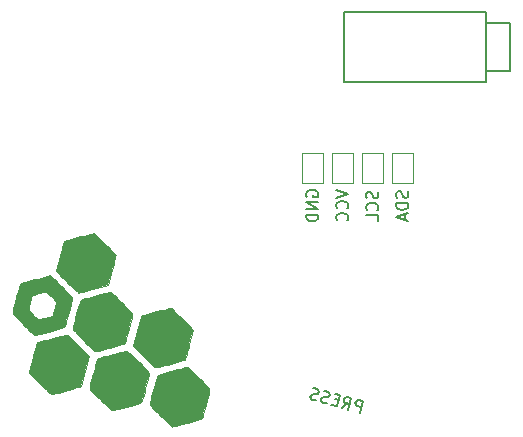
<source format=gbo>
G04 #@! TF.FileFunction,Legend,Bot*
%FSLAX46Y46*%
G04 Gerber Fmt 4.6, Leading zero omitted, Abs format (unit mm)*
G04 Created by KiCad (PCBNEW 4.0.7) date 06/17/18 20:50:59*
%MOMM*%
%LPD*%
G01*
G04 APERTURE LIST*
%ADD10C,0.100000*%
%ADD11C,0.010000*%
%ADD12C,0.120000*%
%ADD13C,0.150000*%
G04 APERTURE END LIST*
D10*
D11*
G36*
X160155059Y-129247477D02*
X160021956Y-129271995D01*
X159833336Y-129313382D01*
X159602085Y-129368240D01*
X159341092Y-129433168D01*
X159063243Y-129504765D01*
X158781425Y-129579631D01*
X158508525Y-129654368D01*
X158257428Y-129725573D01*
X158041025Y-129789847D01*
X157872199Y-129843790D01*
X157763839Y-129884003D01*
X157734988Y-129898821D01*
X157705920Y-129924260D01*
X157677674Y-129964286D01*
X157647246Y-130028034D01*
X157611634Y-130124636D01*
X157567839Y-130263225D01*
X157512855Y-130452934D01*
X157443683Y-130702897D01*
X157357319Y-131022245D01*
X157319939Y-131161567D01*
X157227180Y-131509266D01*
X157154960Y-131784718D01*
X157101322Y-131997304D01*
X157064308Y-132156395D01*
X157041959Y-132271374D01*
X157032320Y-132351614D01*
X157033430Y-132406494D01*
X157043333Y-132445390D01*
X157049178Y-132458297D01*
X157094056Y-132518014D01*
X157189277Y-132625007D01*
X157325493Y-132770007D01*
X157493349Y-132943749D01*
X157683494Y-133136965D01*
X157886576Y-133340388D01*
X158093242Y-133544750D01*
X158294141Y-133740786D01*
X158479921Y-133919225D01*
X158641228Y-134070803D01*
X158768712Y-134186253D01*
X158853020Y-134256306D01*
X158880759Y-134273245D01*
X158939898Y-134267222D01*
X159069662Y-134241076D01*
X159259125Y-134197442D01*
X159497360Y-134138947D01*
X159773439Y-134068223D01*
X160076434Y-133987899D01*
X160159394Y-133965463D01*
X160483222Y-133875658D01*
X160773685Y-133791471D01*
X161021243Y-133715917D01*
X161216356Y-133652014D01*
X161349485Y-133602775D01*
X161411092Y-133571218D01*
X161412959Y-133569140D01*
X161437010Y-133511373D01*
X161479405Y-133382829D01*
X161536858Y-133194586D01*
X161606076Y-132957724D01*
X161683773Y-132683322D01*
X161766657Y-132382457D01*
X161781172Y-132328935D01*
X161873662Y-131985570D01*
X161945440Y-131714242D01*
X161998508Y-131505424D01*
X162034867Y-131349590D01*
X162056520Y-131237212D01*
X162065470Y-131158766D01*
X162063715Y-131104723D01*
X162053261Y-131065558D01*
X162048793Y-131055422D01*
X162003429Y-130993160D01*
X161907438Y-130883733D01*
X161770274Y-130736509D01*
X161601393Y-130560856D01*
X161410247Y-130366142D01*
X161206292Y-130161732D01*
X160998981Y-129956997D01*
X160797771Y-129761302D01*
X160612114Y-129584015D01*
X160451467Y-129434503D01*
X160325282Y-129322134D01*
X160243014Y-129256275D01*
X160219759Y-129243230D01*
X160155059Y-129247477D01*
X160155059Y-129247477D01*
G37*
X160155059Y-129247477D02*
X160021956Y-129271995D01*
X159833336Y-129313382D01*
X159602085Y-129368240D01*
X159341092Y-129433168D01*
X159063243Y-129504765D01*
X158781425Y-129579631D01*
X158508525Y-129654368D01*
X158257428Y-129725573D01*
X158041025Y-129789847D01*
X157872199Y-129843790D01*
X157763839Y-129884003D01*
X157734988Y-129898821D01*
X157705920Y-129924260D01*
X157677674Y-129964286D01*
X157647246Y-130028034D01*
X157611634Y-130124636D01*
X157567839Y-130263225D01*
X157512855Y-130452934D01*
X157443683Y-130702897D01*
X157357319Y-131022245D01*
X157319939Y-131161567D01*
X157227180Y-131509266D01*
X157154960Y-131784718D01*
X157101322Y-131997304D01*
X157064308Y-132156395D01*
X157041959Y-132271374D01*
X157032320Y-132351614D01*
X157033430Y-132406494D01*
X157043333Y-132445390D01*
X157049178Y-132458297D01*
X157094056Y-132518014D01*
X157189277Y-132625007D01*
X157325493Y-132770007D01*
X157493349Y-132943749D01*
X157683494Y-133136965D01*
X157886576Y-133340388D01*
X158093242Y-133544750D01*
X158294141Y-133740786D01*
X158479921Y-133919225D01*
X158641228Y-134070803D01*
X158768712Y-134186253D01*
X158853020Y-134256306D01*
X158880759Y-134273245D01*
X158939898Y-134267222D01*
X159069662Y-134241076D01*
X159259125Y-134197442D01*
X159497360Y-134138947D01*
X159773439Y-134068223D01*
X160076434Y-133987899D01*
X160159394Y-133965463D01*
X160483222Y-133875658D01*
X160773685Y-133791471D01*
X161021243Y-133715917D01*
X161216356Y-133652014D01*
X161349485Y-133602775D01*
X161411092Y-133571218D01*
X161412959Y-133569140D01*
X161437010Y-133511373D01*
X161479405Y-133382829D01*
X161536858Y-133194586D01*
X161606076Y-132957724D01*
X161683773Y-132683322D01*
X161766657Y-132382457D01*
X161781172Y-132328935D01*
X161873662Y-131985570D01*
X161945440Y-131714242D01*
X161998508Y-131505424D01*
X162034867Y-131349590D01*
X162056520Y-131237212D01*
X162065470Y-131158766D01*
X162063715Y-131104723D01*
X162053261Y-131065558D01*
X162048793Y-131055422D01*
X162003429Y-130993160D01*
X161907438Y-130883733D01*
X161770274Y-130736509D01*
X161601393Y-130560856D01*
X161410247Y-130366142D01*
X161206292Y-130161732D01*
X160998981Y-129956997D01*
X160797771Y-129761302D01*
X160612114Y-129584015D01*
X160451467Y-129434503D01*
X160325282Y-129322134D01*
X160243014Y-129256275D01*
X160219759Y-129243230D01*
X160155059Y-129247477D01*
G36*
X155040516Y-127876715D02*
X154910112Y-127901036D01*
X154724009Y-127941660D01*
X154495107Y-127995273D01*
X154236308Y-128058554D01*
X153960511Y-128128188D01*
X153680618Y-128200856D01*
X153409528Y-128273242D01*
X153160142Y-128342028D01*
X152945362Y-128403897D01*
X152778086Y-128455531D01*
X152671217Y-128493613D01*
X152652870Y-128501895D01*
X152619916Y-128519874D01*
X152591381Y-128543519D01*
X152564128Y-128581904D01*
X152535023Y-128644106D01*
X152500934Y-128739196D01*
X152458721Y-128876249D01*
X152405255Y-129064338D01*
X152337398Y-129312538D01*
X152252015Y-129629922D01*
X152213364Y-129774134D01*
X152119837Y-130124666D01*
X152046846Y-130402876D01*
X151992440Y-130618073D01*
X151954666Y-130779564D01*
X151931575Y-130896652D01*
X151921214Y-130978644D01*
X151921634Y-131034847D01*
X151930883Y-131074567D01*
X151937530Y-131089795D01*
X151982604Y-131150386D01*
X152078026Y-131258116D01*
X152214427Y-131403705D01*
X152382438Y-131577870D01*
X152572691Y-131771331D01*
X152775814Y-131974806D01*
X152982442Y-132179015D01*
X153183204Y-132374676D01*
X153368732Y-132552507D01*
X153529655Y-132703229D01*
X153656607Y-132817558D01*
X153740216Y-132886215D01*
X153766797Y-132901935D01*
X153826752Y-132895855D01*
X153957298Y-132869651D01*
X154147473Y-132825954D01*
X154386317Y-132767398D01*
X154662871Y-132696618D01*
X154966173Y-132616245D01*
X155049032Y-132593838D01*
X155363662Y-132506575D01*
X155649318Y-132423836D01*
X155895796Y-132348839D01*
X156092895Y-132284802D01*
X156230413Y-132234942D01*
X156298149Y-132202479D01*
X156302339Y-132198475D01*
X156329826Y-132135152D01*
X156373909Y-132002754D01*
X156431074Y-131814450D01*
X156497799Y-131583408D01*
X156570571Y-131322798D01*
X156645871Y-131045786D01*
X156720180Y-130765542D01*
X156789982Y-130495233D01*
X156851759Y-130248028D01*
X156901994Y-130037095D01*
X156937170Y-129875604D01*
X156953768Y-129776720D01*
X156954393Y-129757389D01*
X156932275Y-129704087D01*
X156870909Y-129618020D01*
X156766008Y-129494416D01*
X156613285Y-129328506D01*
X156408452Y-129115518D01*
X156147222Y-128850683D01*
X156069047Y-128772254D01*
X155842614Y-128547753D01*
X155631625Y-128342845D01*
X155444456Y-128165333D01*
X155289490Y-128023019D01*
X155175102Y-127923707D01*
X155109671Y-127875196D01*
X155102321Y-127872016D01*
X155040516Y-127876715D01*
X155040516Y-127876715D01*
G37*
X155040516Y-127876715D02*
X154910112Y-127901036D01*
X154724009Y-127941660D01*
X154495107Y-127995273D01*
X154236308Y-128058554D01*
X153960511Y-128128188D01*
X153680618Y-128200856D01*
X153409528Y-128273242D01*
X153160142Y-128342028D01*
X152945362Y-128403897D01*
X152778086Y-128455531D01*
X152671217Y-128493613D01*
X152652870Y-128501895D01*
X152619916Y-128519874D01*
X152591381Y-128543519D01*
X152564128Y-128581904D01*
X152535023Y-128644106D01*
X152500934Y-128739196D01*
X152458721Y-128876249D01*
X152405255Y-129064338D01*
X152337398Y-129312538D01*
X152252015Y-129629922D01*
X152213364Y-129774134D01*
X152119837Y-130124666D01*
X152046846Y-130402876D01*
X151992440Y-130618073D01*
X151954666Y-130779564D01*
X151931575Y-130896652D01*
X151921214Y-130978644D01*
X151921634Y-131034847D01*
X151930883Y-131074567D01*
X151937530Y-131089795D01*
X151982604Y-131150386D01*
X152078026Y-131258116D01*
X152214427Y-131403705D01*
X152382438Y-131577870D01*
X152572691Y-131771331D01*
X152775814Y-131974806D01*
X152982442Y-132179015D01*
X153183204Y-132374676D01*
X153368732Y-132552507D01*
X153529655Y-132703229D01*
X153656607Y-132817558D01*
X153740216Y-132886215D01*
X153766797Y-132901935D01*
X153826752Y-132895855D01*
X153957298Y-132869651D01*
X154147473Y-132825954D01*
X154386317Y-132767398D01*
X154662871Y-132696618D01*
X154966173Y-132616245D01*
X155049032Y-132593838D01*
X155363662Y-132506575D01*
X155649318Y-132423836D01*
X155895796Y-132348839D01*
X156092895Y-132284802D01*
X156230413Y-132234942D01*
X156298149Y-132202479D01*
X156302339Y-132198475D01*
X156329826Y-132135152D01*
X156373909Y-132002754D01*
X156431074Y-131814450D01*
X156497799Y-131583408D01*
X156570571Y-131322798D01*
X156645871Y-131045786D01*
X156720180Y-130765542D01*
X156789982Y-130495233D01*
X156851759Y-130248028D01*
X156901994Y-130037095D01*
X156937170Y-129875604D01*
X156953768Y-129776720D01*
X156954393Y-129757389D01*
X156932275Y-129704087D01*
X156870909Y-129618020D01*
X156766008Y-129494416D01*
X156613285Y-129328506D01*
X156408452Y-129115518D01*
X156147222Y-128850683D01*
X156069047Y-128772254D01*
X155842614Y-128547753D01*
X155631625Y-128342845D01*
X155444456Y-128165333D01*
X155289490Y-128023019D01*
X155175102Y-127923707D01*
X155109671Y-127875196D01*
X155102321Y-127872016D01*
X155040516Y-127876715D01*
G36*
X149925139Y-126506757D02*
X149795285Y-126531272D01*
X149609410Y-126572239D01*
X149380240Y-126626345D01*
X149120494Y-126690284D01*
X148842898Y-126760746D01*
X148560171Y-126834421D01*
X148285037Y-126908001D01*
X148030217Y-126978175D01*
X147808435Y-127041636D01*
X147632411Y-127095074D01*
X147514869Y-127135178D01*
X147470314Y-127156429D01*
X147448858Y-127205926D01*
X147408969Y-127326879D01*
X147353714Y-127508857D01*
X147286159Y-127741426D01*
X147209376Y-128014153D01*
X147126432Y-128316604D01*
X147096809Y-128426451D01*
X147002633Y-128778570D01*
X146929016Y-129058161D01*
X146874046Y-129274327D01*
X146835812Y-129436172D01*
X146812402Y-129552797D01*
X146801904Y-129633306D01*
X146802408Y-129686801D01*
X146812000Y-129722386D01*
X146821204Y-129738752D01*
X146876066Y-129805458D01*
X146979584Y-129917518D01*
X147122407Y-130065779D01*
X147295185Y-130241095D01*
X147488565Y-130434315D01*
X147693198Y-130636287D01*
X147899732Y-130837866D01*
X148098816Y-131029899D01*
X148281097Y-131203238D01*
X148437227Y-131348733D01*
X148557853Y-131457235D01*
X148633626Y-131519593D01*
X148652853Y-131530920D01*
X148714586Y-131525102D01*
X148846161Y-131499133D01*
X149035913Y-131455782D01*
X149272179Y-131397820D01*
X149543294Y-131328015D01*
X149822160Y-131253347D01*
X150119573Y-131171658D01*
X150396378Y-131094479D01*
X150640112Y-131025379D01*
X150838313Y-130967921D01*
X150978516Y-130925671D01*
X151045061Y-130903498D01*
X151181305Y-130849895D01*
X151512340Y-129571247D01*
X151843373Y-128292597D01*
X150962175Y-127410407D01*
X150734706Y-127184948D01*
X150522570Y-126978984D01*
X150334132Y-126800299D01*
X150177755Y-126656678D01*
X150061801Y-126555906D01*
X149994637Y-126505767D01*
X149986254Y-126502001D01*
X149925139Y-126506757D01*
X149925139Y-126506757D01*
G37*
X149925139Y-126506757D02*
X149795285Y-126531272D01*
X149609410Y-126572239D01*
X149380240Y-126626345D01*
X149120494Y-126690284D01*
X148842898Y-126760746D01*
X148560171Y-126834421D01*
X148285037Y-126908001D01*
X148030217Y-126978175D01*
X147808435Y-127041636D01*
X147632411Y-127095074D01*
X147514869Y-127135178D01*
X147470314Y-127156429D01*
X147448858Y-127205926D01*
X147408969Y-127326879D01*
X147353714Y-127508857D01*
X147286159Y-127741426D01*
X147209376Y-128014153D01*
X147126432Y-128316604D01*
X147096809Y-128426451D01*
X147002633Y-128778570D01*
X146929016Y-129058161D01*
X146874046Y-129274327D01*
X146835812Y-129436172D01*
X146812402Y-129552797D01*
X146801904Y-129633306D01*
X146802408Y-129686801D01*
X146812000Y-129722386D01*
X146821204Y-129738752D01*
X146876066Y-129805458D01*
X146979584Y-129917518D01*
X147122407Y-130065779D01*
X147295185Y-130241095D01*
X147488565Y-130434315D01*
X147693198Y-130636287D01*
X147899732Y-130837866D01*
X148098816Y-131029899D01*
X148281097Y-131203238D01*
X148437227Y-131348733D01*
X148557853Y-131457235D01*
X148633626Y-131519593D01*
X148652853Y-131530920D01*
X148714586Y-131525102D01*
X148846161Y-131499133D01*
X149035913Y-131455782D01*
X149272179Y-131397820D01*
X149543294Y-131328015D01*
X149822160Y-131253347D01*
X150119573Y-131171658D01*
X150396378Y-131094479D01*
X150640112Y-131025379D01*
X150838313Y-130967921D01*
X150978516Y-130925671D01*
X151045061Y-130903498D01*
X151181305Y-130849895D01*
X151512340Y-129571247D01*
X151843373Y-128292597D01*
X150962175Y-127410407D01*
X150734706Y-127184948D01*
X150522570Y-126978984D01*
X150334132Y-126800299D01*
X150177755Y-126656678D01*
X150061801Y-126555906D01*
X149994637Y-126505767D01*
X149986254Y-126502001D01*
X149925139Y-126506757D01*
G36*
X158822254Y-124247079D02*
X158740389Y-124251061D01*
X158613192Y-124271511D01*
X158433045Y-124310015D01*
X158192323Y-124368157D01*
X157883408Y-124447523D01*
X157619218Y-124517436D01*
X157314281Y-124599459D01*
X157032891Y-124676373D01*
X156786377Y-124744984D01*
X156586065Y-124802099D01*
X156443285Y-124844525D01*
X156369364Y-124869068D01*
X156364933Y-124871001D01*
X156338493Y-124888752D01*
X156312599Y-124921217D01*
X156284401Y-124977115D01*
X156251050Y-125065160D01*
X156209700Y-125194071D01*
X156157499Y-125372563D01*
X156091601Y-125609352D01*
X156009156Y-125913157D01*
X155939092Y-126174024D01*
X155601289Y-127434723D01*
X155728084Y-127574880D01*
X155814088Y-127666569D01*
X155942422Y-127799025D01*
X156103395Y-127962639D01*
X156287317Y-128147799D01*
X156484497Y-128344892D01*
X156685243Y-128544305D01*
X156879864Y-128736430D01*
X157058671Y-128911653D01*
X157211971Y-129060363D01*
X157330076Y-129172947D01*
X157403292Y-129239795D01*
X157420190Y-129253158D01*
X157508761Y-129274293D01*
X157625856Y-129265657D01*
X157631034Y-129264508D01*
X157798844Y-129224004D01*
X158013424Y-129169201D01*
X158262114Y-129103632D01*
X158532256Y-129030833D01*
X158811188Y-128954335D01*
X159086253Y-128877671D01*
X159344790Y-128804374D01*
X159574141Y-128737977D01*
X159761645Y-128682014D01*
X159894644Y-128640016D01*
X159960479Y-128615517D01*
X159963951Y-128613444D01*
X159991002Y-128575569D01*
X160026708Y-128492288D01*
X160073127Y-128356978D01*
X160132323Y-128163024D01*
X160206357Y-127903804D01*
X160297288Y-127572699D01*
X160356848Y-127351588D01*
X160456495Y-126975914D01*
X160533951Y-126674776D01*
X160590739Y-126441427D01*
X160628378Y-126269125D01*
X160648389Y-126151126D01*
X160652295Y-126080684D01*
X160648176Y-126059882D01*
X160610969Y-126011135D01*
X160522642Y-125912625D01*
X160392568Y-125773829D01*
X160230118Y-125604226D01*
X160044664Y-125413291D01*
X159845576Y-125210502D01*
X159642226Y-125005337D01*
X159443986Y-124807274D01*
X159260226Y-124625789D01*
X159100318Y-124470360D01*
X158973634Y-124350463D01*
X158889545Y-124275576D01*
X158866411Y-124257979D01*
X158822254Y-124247079D01*
X158822254Y-124247079D01*
G37*
X158822254Y-124247079D02*
X158740389Y-124251061D01*
X158613192Y-124271511D01*
X158433045Y-124310015D01*
X158192323Y-124368157D01*
X157883408Y-124447523D01*
X157619218Y-124517436D01*
X157314281Y-124599459D01*
X157032891Y-124676373D01*
X156786377Y-124744984D01*
X156586065Y-124802099D01*
X156443285Y-124844525D01*
X156369364Y-124869068D01*
X156364933Y-124871001D01*
X156338493Y-124888752D01*
X156312599Y-124921217D01*
X156284401Y-124977115D01*
X156251050Y-125065160D01*
X156209700Y-125194071D01*
X156157499Y-125372563D01*
X156091601Y-125609352D01*
X156009156Y-125913157D01*
X155939092Y-126174024D01*
X155601289Y-127434723D01*
X155728084Y-127574880D01*
X155814088Y-127666569D01*
X155942422Y-127799025D01*
X156103395Y-127962639D01*
X156287317Y-128147799D01*
X156484497Y-128344892D01*
X156685243Y-128544305D01*
X156879864Y-128736430D01*
X157058671Y-128911653D01*
X157211971Y-129060363D01*
X157330076Y-129172947D01*
X157403292Y-129239795D01*
X157420190Y-129253158D01*
X157508761Y-129274293D01*
X157625856Y-129265657D01*
X157631034Y-129264508D01*
X157798844Y-129224004D01*
X158013424Y-129169201D01*
X158262114Y-129103632D01*
X158532256Y-129030833D01*
X158811188Y-128954335D01*
X159086253Y-128877671D01*
X159344790Y-128804374D01*
X159574141Y-128737977D01*
X159761645Y-128682014D01*
X159894644Y-128640016D01*
X159960479Y-128615517D01*
X159963951Y-128613444D01*
X159991002Y-128575569D01*
X160026708Y-128492288D01*
X160073127Y-128356978D01*
X160132323Y-128163024D01*
X160206357Y-127903804D01*
X160297288Y-127572699D01*
X160356848Y-127351588D01*
X160456495Y-126975914D01*
X160533951Y-126674776D01*
X160590739Y-126441427D01*
X160628378Y-126269125D01*
X160648389Y-126151126D01*
X160652295Y-126080684D01*
X160648176Y-126059882D01*
X160610969Y-126011135D01*
X160522642Y-125912625D01*
X160392568Y-125773829D01*
X160230118Y-125604226D01*
X160044664Y-125413291D01*
X159845576Y-125210502D01*
X159642226Y-125005337D01*
X159443986Y-124807274D01*
X159260226Y-124625789D01*
X159100318Y-124470360D01*
X158973634Y-124350463D01*
X158889545Y-124275576D01*
X158866411Y-124257979D01*
X158822254Y-124247079D01*
G36*
X153669072Y-122876693D02*
X153536669Y-122896517D01*
X153348570Y-122934745D01*
X153117331Y-122987964D01*
X152855518Y-123052761D01*
X152575689Y-123125723D01*
X152290404Y-123203436D01*
X152012226Y-123282488D01*
X151753717Y-123359464D01*
X151527435Y-123430954D01*
X151345941Y-123493543D01*
X151221799Y-123543819D01*
X151169965Y-123575169D01*
X151133670Y-123644802D01*
X151081984Y-123783504D01*
X151018506Y-123977858D01*
X150946840Y-124214445D01*
X150870588Y-124479849D01*
X150793350Y-124760651D01*
X150718730Y-125043435D01*
X150650328Y-125314782D01*
X150591747Y-125561275D01*
X150546590Y-125769497D01*
X150518456Y-125926030D01*
X150510950Y-126017455D01*
X150512061Y-126025935D01*
X150552423Y-126097412D01*
X150655361Y-126225098D01*
X150820963Y-126409091D01*
X151049318Y-126649487D01*
X151340514Y-126946385D01*
X151416637Y-127022924D01*
X151641251Y-127247305D01*
X151847519Y-127451546D01*
X152027647Y-127628074D01*
X152173840Y-127769313D01*
X152278301Y-127867689D01*
X152333237Y-127915624D01*
X152338751Y-127918999D01*
X152388732Y-127911710D01*
X152509911Y-127885019D01*
X152691726Y-127841521D01*
X152923619Y-127783814D01*
X153195028Y-127714495D01*
X153495391Y-127636159D01*
X153582077Y-127613272D01*
X153890610Y-127530508D01*
X154174506Y-127452279D01*
X154422848Y-127381756D01*
X154624720Y-127322112D01*
X154769208Y-127276518D01*
X154845395Y-127248147D01*
X154852533Y-127244085D01*
X154879610Y-127206120D01*
X154915347Y-127122726D01*
X154961803Y-126987288D01*
X155021039Y-126793186D01*
X155095114Y-126533802D01*
X155186092Y-126202519D01*
X155245490Y-125982004D01*
X155345099Y-125606483D01*
X155422523Y-125305493D01*
X155479285Y-125072284D01*
X155516906Y-124900107D01*
X155536908Y-124782214D01*
X155540815Y-124711855D01*
X155536643Y-124690951D01*
X155498694Y-124641084D01*
X155409418Y-124541659D01*
X155278209Y-124402116D01*
X155114465Y-124231899D01*
X154927579Y-124040447D01*
X154726950Y-123837205D01*
X154521973Y-123631613D01*
X154322041Y-123433112D01*
X154136554Y-123251146D01*
X153974904Y-123095155D01*
X153846490Y-122974582D01*
X153760706Y-122898869D01*
X153733214Y-122878685D01*
X153669072Y-122876693D01*
X153669072Y-122876693D01*
G37*
X153669072Y-122876693D02*
X153536669Y-122896517D01*
X153348570Y-122934745D01*
X153117331Y-122987964D01*
X152855518Y-123052761D01*
X152575689Y-123125723D01*
X152290404Y-123203436D01*
X152012226Y-123282488D01*
X151753717Y-123359464D01*
X151527435Y-123430954D01*
X151345941Y-123493543D01*
X151221799Y-123543819D01*
X151169965Y-123575169D01*
X151133670Y-123644802D01*
X151081984Y-123783504D01*
X151018506Y-123977858D01*
X150946840Y-124214445D01*
X150870588Y-124479849D01*
X150793350Y-124760651D01*
X150718730Y-125043435D01*
X150650328Y-125314782D01*
X150591747Y-125561275D01*
X150546590Y-125769497D01*
X150518456Y-125926030D01*
X150510950Y-126017455D01*
X150512061Y-126025935D01*
X150552423Y-126097412D01*
X150655361Y-126225098D01*
X150820963Y-126409091D01*
X151049318Y-126649487D01*
X151340514Y-126946385D01*
X151416637Y-127022924D01*
X151641251Y-127247305D01*
X151847519Y-127451546D01*
X152027647Y-127628074D01*
X152173840Y-127769313D01*
X152278301Y-127867689D01*
X152333237Y-127915624D01*
X152338751Y-127918999D01*
X152388732Y-127911710D01*
X152509911Y-127885019D01*
X152691726Y-127841521D01*
X152923619Y-127783814D01*
X153195028Y-127714495D01*
X153495391Y-127636159D01*
X153582077Y-127613272D01*
X153890610Y-127530508D01*
X154174506Y-127452279D01*
X154422848Y-127381756D01*
X154624720Y-127322112D01*
X154769208Y-127276518D01*
X154845395Y-127248147D01*
X154852533Y-127244085D01*
X154879610Y-127206120D01*
X154915347Y-127122726D01*
X154961803Y-126987288D01*
X155021039Y-126793186D01*
X155095114Y-126533802D01*
X155186092Y-126202519D01*
X155245490Y-125982004D01*
X155345099Y-125606483D01*
X155422523Y-125305493D01*
X155479285Y-125072284D01*
X155516906Y-124900107D01*
X155536908Y-124782214D01*
X155540815Y-124711855D01*
X155536643Y-124690951D01*
X155498694Y-124641084D01*
X155409418Y-124541659D01*
X155278209Y-124402116D01*
X155114465Y-124231899D01*
X154927579Y-124040447D01*
X154726950Y-123837205D01*
X154521973Y-123631613D01*
X154322041Y-123433112D01*
X154136554Y-123251146D01*
X153974904Y-123095155D01*
X153846490Y-122974582D01*
X153760706Y-122898869D01*
X153733214Y-122878685D01*
X153669072Y-122876693D01*
G36*
X147518784Y-121743119D02*
X147223323Y-121822116D01*
X146945993Y-121896050D01*
X146700095Y-121961391D01*
X146498930Y-122014611D01*
X146355800Y-122052179D01*
X146292775Y-122068404D01*
X146165601Y-122115531D01*
X146066716Y-122178208D01*
X146050806Y-122194517D01*
X146018183Y-122262575D01*
X145967541Y-122406932D01*
X145900712Y-122621577D01*
X145819529Y-122900502D01*
X145725826Y-123237697D01*
X145673473Y-123431413D01*
X145580079Y-123782756D01*
X145507923Y-124061542D01*
X145455071Y-124276651D01*
X145419596Y-124436963D01*
X145399565Y-124551357D01*
X145393049Y-124628711D01*
X145398116Y-124677906D01*
X145400678Y-124686063D01*
X145437162Y-124736140D01*
X145524376Y-124835777D01*
X145653229Y-124975708D01*
X145814628Y-125146661D01*
X145999478Y-125339368D01*
X146198687Y-125544560D01*
X146403162Y-125752967D01*
X146603809Y-125955321D01*
X146791534Y-126142353D01*
X146957245Y-126304792D01*
X147091849Y-126433371D01*
X147186252Y-126518820D01*
X147231004Y-126551784D01*
X147280512Y-126543927D01*
X147400967Y-126516550D01*
X147581618Y-126472346D01*
X147811714Y-126414006D01*
X148080499Y-126344221D01*
X148377222Y-126265683D01*
X148425113Y-126252876D01*
X148730319Y-126170145D01*
X149013486Y-126091504D01*
X149262882Y-126020360D01*
X149466777Y-125960118D01*
X149613439Y-125914185D01*
X149691139Y-125885966D01*
X149694748Y-125884206D01*
X149727913Y-125865566D01*
X149756627Y-125841332D01*
X149784032Y-125802399D01*
X149813277Y-125739666D01*
X149847504Y-125644027D01*
X149889862Y-125506380D01*
X149943493Y-125317624D01*
X150011545Y-125068651D01*
X150097163Y-124750361D01*
X150133948Y-124613107D01*
X150147364Y-124562536D01*
X148961031Y-124244659D01*
X148944933Y-124304731D01*
X148886903Y-124510015D01*
X148831679Y-124687022D01*
X148784912Y-124818833D01*
X148752255Y-124888536D01*
X148748304Y-124893187D01*
X148684500Y-124925096D01*
X148558131Y-124969600D01*
X148389157Y-125021362D01*
X148197530Y-125075043D01*
X148003210Y-125125310D01*
X147826150Y-125166825D01*
X147686307Y-125194249D01*
X147603636Y-125202246D01*
X147596454Y-125201231D01*
X147538837Y-125165718D01*
X147436491Y-125081990D01*
X147303775Y-124962473D01*
X147155045Y-124819594D01*
X147151753Y-124816333D01*
X147005570Y-124667922D01*
X146880705Y-124534592D01*
X146790330Y-124430860D01*
X146747618Y-124371236D01*
X146747486Y-124370933D01*
X146746101Y-124303768D01*
X146764660Y-124175099D01*
X146798416Y-124004408D01*
X146842623Y-123811175D01*
X146892532Y-123614885D01*
X146943397Y-123435017D01*
X146990468Y-123291055D01*
X147028999Y-123202479D01*
X147034149Y-123194617D01*
X147090325Y-123161613D01*
X147210030Y-123115760D01*
X147374093Y-123062357D01*
X147563344Y-123006710D01*
X147758614Y-122954118D01*
X147940733Y-122909885D01*
X148090531Y-122879312D01*
X148188839Y-122867702D01*
X148209433Y-122869551D01*
X148268425Y-122906791D01*
X148370269Y-122991397D01*
X148500004Y-123108879D01*
X148642667Y-123244749D01*
X148783297Y-123384521D01*
X148906931Y-123513703D01*
X148998608Y-123617810D01*
X149038146Y-123672008D01*
X149057119Y-123720660D01*
X149061088Y-123787361D01*
X149047858Y-123887001D01*
X149015237Y-124034471D01*
X148961031Y-124244659D01*
X150147364Y-124562536D01*
X150233494Y-124237849D01*
X150310869Y-123937115D01*
X150367600Y-123704143D01*
X150405210Y-123532175D01*
X150425224Y-123414448D01*
X150429165Y-123344203D01*
X150424862Y-123322950D01*
X150388236Y-123276206D01*
X150300652Y-123179539D01*
X150171466Y-123042441D01*
X150010036Y-122874405D01*
X149825722Y-122684925D01*
X149627881Y-122483492D01*
X149425873Y-122279597D01*
X149229055Y-122082735D01*
X149046785Y-121902397D01*
X148888422Y-121748077D01*
X148763325Y-121629266D01*
X148689608Y-121562833D01*
X148570846Y-121461418D01*
X147518784Y-121743119D01*
X147518784Y-121743119D01*
G37*
X147518784Y-121743119D02*
X147223323Y-121822116D01*
X146945993Y-121896050D01*
X146700095Y-121961391D01*
X146498930Y-122014611D01*
X146355800Y-122052179D01*
X146292775Y-122068404D01*
X146165601Y-122115531D01*
X146066716Y-122178208D01*
X146050806Y-122194517D01*
X146018183Y-122262575D01*
X145967541Y-122406932D01*
X145900712Y-122621577D01*
X145819529Y-122900502D01*
X145725826Y-123237697D01*
X145673473Y-123431413D01*
X145580079Y-123782756D01*
X145507923Y-124061542D01*
X145455071Y-124276651D01*
X145419596Y-124436963D01*
X145399565Y-124551357D01*
X145393049Y-124628711D01*
X145398116Y-124677906D01*
X145400678Y-124686063D01*
X145437162Y-124736140D01*
X145524376Y-124835777D01*
X145653229Y-124975708D01*
X145814628Y-125146661D01*
X145999478Y-125339368D01*
X146198687Y-125544560D01*
X146403162Y-125752967D01*
X146603809Y-125955321D01*
X146791534Y-126142353D01*
X146957245Y-126304792D01*
X147091849Y-126433371D01*
X147186252Y-126518820D01*
X147231004Y-126551784D01*
X147280512Y-126543927D01*
X147400967Y-126516550D01*
X147581618Y-126472346D01*
X147811714Y-126414006D01*
X148080499Y-126344221D01*
X148377222Y-126265683D01*
X148425113Y-126252876D01*
X148730319Y-126170145D01*
X149013486Y-126091504D01*
X149262882Y-126020360D01*
X149466777Y-125960118D01*
X149613439Y-125914185D01*
X149691139Y-125885966D01*
X149694748Y-125884206D01*
X149727913Y-125865566D01*
X149756627Y-125841332D01*
X149784032Y-125802399D01*
X149813277Y-125739666D01*
X149847504Y-125644027D01*
X149889862Y-125506380D01*
X149943493Y-125317624D01*
X150011545Y-125068651D01*
X150097163Y-124750361D01*
X150133948Y-124613107D01*
X150147364Y-124562536D01*
X148961031Y-124244659D01*
X148944933Y-124304731D01*
X148886903Y-124510015D01*
X148831679Y-124687022D01*
X148784912Y-124818833D01*
X148752255Y-124888536D01*
X148748304Y-124893187D01*
X148684500Y-124925096D01*
X148558131Y-124969600D01*
X148389157Y-125021362D01*
X148197530Y-125075043D01*
X148003210Y-125125310D01*
X147826150Y-125166825D01*
X147686307Y-125194249D01*
X147603636Y-125202246D01*
X147596454Y-125201231D01*
X147538837Y-125165718D01*
X147436491Y-125081990D01*
X147303775Y-124962473D01*
X147155045Y-124819594D01*
X147151753Y-124816333D01*
X147005570Y-124667922D01*
X146880705Y-124534592D01*
X146790330Y-124430860D01*
X146747618Y-124371236D01*
X146747486Y-124370933D01*
X146746101Y-124303768D01*
X146764660Y-124175099D01*
X146798416Y-124004408D01*
X146842623Y-123811175D01*
X146892532Y-123614885D01*
X146943397Y-123435017D01*
X146990468Y-123291055D01*
X147028999Y-123202479D01*
X147034149Y-123194617D01*
X147090325Y-123161613D01*
X147210030Y-123115760D01*
X147374093Y-123062357D01*
X147563344Y-123006710D01*
X147758614Y-122954118D01*
X147940733Y-122909885D01*
X148090531Y-122879312D01*
X148188839Y-122867702D01*
X148209433Y-122869551D01*
X148268425Y-122906791D01*
X148370269Y-122991397D01*
X148500004Y-123108879D01*
X148642667Y-123244749D01*
X148783297Y-123384521D01*
X148906931Y-123513703D01*
X148998608Y-123617810D01*
X149038146Y-123672008D01*
X149057119Y-123720660D01*
X149061088Y-123787361D01*
X149047858Y-123887001D01*
X149015237Y-124034471D01*
X148961031Y-124244659D01*
X150147364Y-124562536D01*
X150233494Y-124237849D01*
X150310869Y-123937115D01*
X150367600Y-123704143D01*
X150405210Y-123532175D01*
X150425224Y-123414448D01*
X150429165Y-123344203D01*
X150424862Y-123322950D01*
X150388236Y-123276206D01*
X150300652Y-123179539D01*
X150171466Y-123042441D01*
X150010036Y-122874405D01*
X149825722Y-122684925D01*
X149627881Y-122483492D01*
X149425873Y-122279597D01*
X149229055Y-122082735D01*
X149046785Y-121902397D01*
X148888422Y-121748077D01*
X148763325Y-121629266D01*
X148689608Y-121562833D01*
X148570846Y-121461418D01*
X147518784Y-121743119D01*
G36*
X152232887Y-117920684D02*
X152107618Y-117946066D01*
X151926131Y-117987510D01*
X151701105Y-118041725D01*
X151445223Y-118105422D01*
X151171167Y-118175313D01*
X150891620Y-118248106D01*
X150619261Y-118320512D01*
X150366774Y-118389243D01*
X150146841Y-118451008D01*
X149972144Y-118502518D01*
X149855363Y-118540484D01*
X149817684Y-118555739D01*
X149790798Y-118574484D01*
X149764519Y-118608005D01*
X149735956Y-118665119D01*
X149702221Y-118754645D01*
X149660423Y-118885398D01*
X149607675Y-119066197D01*
X149541086Y-119305859D01*
X149457767Y-119613201D01*
X149396985Y-119839574D01*
X149065062Y-121078326D01*
X149171382Y-121213116D01*
X149250910Y-121305205D01*
X149374706Y-121437810D01*
X149533230Y-121601622D01*
X149716940Y-121787333D01*
X149916294Y-121985633D01*
X150121752Y-122187214D01*
X150323772Y-122382767D01*
X150512811Y-122562984D01*
X150679330Y-122718556D01*
X150813787Y-122840175D01*
X150906638Y-122918531D01*
X150945716Y-122944164D01*
X151008204Y-122939179D01*
X151141164Y-122913947D01*
X151333541Y-122871064D01*
X151574282Y-122813128D01*
X151852332Y-122742737D01*
X152156636Y-122662491D01*
X152240440Y-122639857D01*
X153445670Y-122312743D01*
X153794058Y-121052248D01*
X153879898Y-120737930D01*
X153956914Y-120448681D01*
X154022497Y-120194890D01*
X154074035Y-119986941D01*
X154108919Y-119835223D01*
X154124540Y-119750121D01*
X154124678Y-119736577D01*
X154089322Y-119688938D01*
X154002307Y-119592121D01*
X153872906Y-119455333D01*
X153710396Y-119287780D01*
X153524049Y-119098669D01*
X153323141Y-118897205D01*
X153116948Y-118692597D01*
X152914742Y-118494050D01*
X152725799Y-118310770D01*
X152559394Y-118151963D01*
X152424802Y-118026837D01*
X152331296Y-117944599D01*
X152289253Y-117914652D01*
X152232887Y-117920684D01*
X152232887Y-117920684D01*
G37*
X152232887Y-117920684D02*
X152107618Y-117946066D01*
X151926131Y-117987510D01*
X151701105Y-118041725D01*
X151445223Y-118105422D01*
X151171167Y-118175313D01*
X150891620Y-118248106D01*
X150619261Y-118320512D01*
X150366774Y-118389243D01*
X150146841Y-118451008D01*
X149972144Y-118502518D01*
X149855363Y-118540484D01*
X149817684Y-118555739D01*
X149790798Y-118574484D01*
X149764519Y-118608005D01*
X149735956Y-118665119D01*
X149702221Y-118754645D01*
X149660423Y-118885398D01*
X149607675Y-119066197D01*
X149541086Y-119305859D01*
X149457767Y-119613201D01*
X149396985Y-119839574D01*
X149065062Y-121078326D01*
X149171382Y-121213116D01*
X149250910Y-121305205D01*
X149374706Y-121437810D01*
X149533230Y-121601622D01*
X149716940Y-121787333D01*
X149916294Y-121985633D01*
X150121752Y-122187214D01*
X150323772Y-122382767D01*
X150512811Y-122562984D01*
X150679330Y-122718556D01*
X150813787Y-122840175D01*
X150906638Y-122918531D01*
X150945716Y-122944164D01*
X151008204Y-122939179D01*
X151141164Y-122913947D01*
X151333541Y-122871064D01*
X151574282Y-122813128D01*
X151852332Y-122742737D01*
X152156636Y-122662491D01*
X152240440Y-122639857D01*
X153445670Y-122312743D01*
X153794058Y-121052248D01*
X153879898Y-120737930D01*
X153956914Y-120448681D01*
X154022497Y-120194890D01*
X154074035Y-119986941D01*
X154108919Y-119835223D01*
X154124540Y-119750121D01*
X154124678Y-119736577D01*
X154089322Y-119688938D01*
X154002307Y-119592121D01*
X153872906Y-119455333D01*
X153710396Y-119287780D01*
X153524049Y-119098669D01*
X153323141Y-118897205D01*
X153116948Y-118692597D01*
X152914742Y-118494050D01*
X152725799Y-118310770D01*
X152559394Y-118151963D01*
X152424802Y-118026837D01*
X152331296Y-117944599D01*
X152289253Y-117914652D01*
X152232887Y-117920684D01*
D12*
X177545000Y-113665000D02*
X177545000Y-111125000D01*
X179325000Y-111125000D02*
X179325000Y-113665000D01*
X179325000Y-111125000D02*
X177545000Y-111125000D01*
X177545000Y-113665000D02*
X179325000Y-113665000D01*
X175005000Y-113665000D02*
X175005000Y-111125000D01*
X176785000Y-111125000D02*
X176785000Y-113665000D01*
X176785000Y-111125000D02*
X175005000Y-111125000D01*
X175005000Y-113665000D02*
X176785000Y-113665000D01*
X172465000Y-113665000D02*
X172465000Y-111125000D01*
X174245000Y-111125000D02*
X174245000Y-113665000D01*
X174245000Y-111125000D02*
X172465000Y-111125000D01*
X172465000Y-113665000D02*
X174245000Y-113665000D01*
X169925000Y-113665000D02*
X169925000Y-111125000D01*
X171705000Y-111125000D02*
X171705000Y-113665000D01*
X171705000Y-111125000D02*
X169925000Y-111125000D01*
X169925000Y-113665000D02*
X171705000Y-113665000D01*
D13*
X185500000Y-105140000D02*
X173500000Y-105140000D01*
X185500000Y-99140000D02*
X185500000Y-105140000D01*
X173500000Y-99140000D02*
X185500000Y-99140000D01*
X173500000Y-105140000D02*
X173500000Y-99140000D01*
X187500000Y-104140000D02*
X185500000Y-104140000D01*
X185500000Y-100140000D02*
X187500000Y-100140000D01*
X187500000Y-100140000D02*
X187500000Y-104140000D01*
X178839762Y-114355714D02*
X178887381Y-114498571D01*
X178887381Y-114736667D01*
X178839762Y-114831905D01*
X178792143Y-114879524D01*
X178696905Y-114927143D01*
X178601667Y-114927143D01*
X178506429Y-114879524D01*
X178458810Y-114831905D01*
X178411190Y-114736667D01*
X178363571Y-114546190D01*
X178315952Y-114450952D01*
X178268333Y-114403333D01*
X178173095Y-114355714D01*
X178077857Y-114355714D01*
X177982619Y-114403333D01*
X177935000Y-114450952D01*
X177887381Y-114546190D01*
X177887381Y-114784286D01*
X177935000Y-114927143D01*
X178887381Y-115355714D02*
X177887381Y-115355714D01*
X177887381Y-115593809D01*
X177935000Y-115736667D01*
X178030238Y-115831905D01*
X178125476Y-115879524D01*
X178315952Y-115927143D01*
X178458810Y-115927143D01*
X178649286Y-115879524D01*
X178744524Y-115831905D01*
X178839762Y-115736667D01*
X178887381Y-115593809D01*
X178887381Y-115355714D01*
X178601667Y-116308095D02*
X178601667Y-116784286D01*
X178887381Y-116212857D02*
X177887381Y-116546190D01*
X178887381Y-116879524D01*
X176299762Y-114379524D02*
X176347381Y-114522381D01*
X176347381Y-114760477D01*
X176299762Y-114855715D01*
X176252143Y-114903334D01*
X176156905Y-114950953D01*
X176061667Y-114950953D01*
X175966429Y-114903334D01*
X175918810Y-114855715D01*
X175871190Y-114760477D01*
X175823571Y-114570000D01*
X175775952Y-114474762D01*
X175728333Y-114427143D01*
X175633095Y-114379524D01*
X175537857Y-114379524D01*
X175442619Y-114427143D01*
X175395000Y-114474762D01*
X175347381Y-114570000D01*
X175347381Y-114808096D01*
X175395000Y-114950953D01*
X176252143Y-115950953D02*
X176299762Y-115903334D01*
X176347381Y-115760477D01*
X176347381Y-115665239D01*
X176299762Y-115522381D01*
X176204524Y-115427143D01*
X176109286Y-115379524D01*
X175918810Y-115331905D01*
X175775952Y-115331905D01*
X175585476Y-115379524D01*
X175490238Y-115427143D01*
X175395000Y-115522381D01*
X175347381Y-115665239D01*
X175347381Y-115760477D01*
X175395000Y-115903334D01*
X175442619Y-115950953D01*
X176347381Y-116855715D02*
X176347381Y-116379524D01*
X175347381Y-116379524D01*
X172807381Y-114236667D02*
X173807381Y-114570000D01*
X172807381Y-114903334D01*
X173712143Y-115808096D02*
X173759762Y-115760477D01*
X173807381Y-115617620D01*
X173807381Y-115522382D01*
X173759762Y-115379524D01*
X173664524Y-115284286D01*
X173569286Y-115236667D01*
X173378810Y-115189048D01*
X173235952Y-115189048D01*
X173045476Y-115236667D01*
X172950238Y-115284286D01*
X172855000Y-115379524D01*
X172807381Y-115522382D01*
X172807381Y-115617620D01*
X172855000Y-115760477D01*
X172902619Y-115808096D01*
X173712143Y-116808096D02*
X173759762Y-116760477D01*
X173807381Y-116617620D01*
X173807381Y-116522382D01*
X173759762Y-116379524D01*
X173664524Y-116284286D01*
X173569286Y-116236667D01*
X173378810Y-116189048D01*
X173235952Y-116189048D01*
X173045476Y-116236667D01*
X172950238Y-116284286D01*
X172855000Y-116379524D01*
X172807381Y-116522382D01*
X172807381Y-116617620D01*
X172855000Y-116760477D01*
X172902619Y-116808096D01*
X170315000Y-114808096D02*
X170267381Y-114712858D01*
X170267381Y-114570001D01*
X170315000Y-114427143D01*
X170410238Y-114331905D01*
X170505476Y-114284286D01*
X170695952Y-114236667D01*
X170838810Y-114236667D01*
X171029286Y-114284286D01*
X171124524Y-114331905D01*
X171219762Y-114427143D01*
X171267381Y-114570001D01*
X171267381Y-114665239D01*
X171219762Y-114808096D01*
X171172143Y-114855715D01*
X170838810Y-114855715D01*
X170838810Y-114665239D01*
X171267381Y-115284286D02*
X170267381Y-115284286D01*
X171267381Y-115855715D01*
X170267381Y-115855715D01*
X171267381Y-116331905D02*
X170267381Y-116331905D01*
X170267381Y-116570000D01*
X170315000Y-116712858D01*
X170410238Y-116808096D01*
X170505476Y-116855715D01*
X170695952Y-116903334D01*
X170838810Y-116903334D01*
X171029286Y-116855715D01*
X171124524Y-116808096D01*
X171219762Y-116712858D01*
X171267381Y-116570000D01*
X171267381Y-116331905D01*
X174790555Y-133090837D02*
X175049374Y-132124911D01*
X174681401Y-132026313D01*
X174577084Y-132047660D01*
X174518763Y-132081332D01*
X174448117Y-132161000D01*
X174411143Y-132298990D01*
X174432490Y-132403307D01*
X174466162Y-132461628D01*
X174545830Y-132532274D01*
X174913802Y-132630872D01*
X173272671Y-132684121D02*
X173717894Y-132310429D01*
X173824629Y-132832018D02*
X174083448Y-131866092D01*
X173715476Y-131767494D01*
X173611158Y-131788841D01*
X173552837Y-131822513D01*
X173482191Y-131902181D01*
X173445217Y-132040171D01*
X173466564Y-132144488D01*
X173500236Y-132202809D01*
X173579904Y-132273455D01*
X173947876Y-132372053D01*
X172994275Y-132067237D02*
X172672299Y-131980964D01*
X172398738Y-132449952D02*
X172858703Y-132573199D01*
X173117522Y-131607273D01*
X172657557Y-131484026D01*
X172043091Y-132305358D02*
X171892777Y-132314380D01*
X171662794Y-132252756D01*
X171583126Y-132182110D01*
X171549454Y-132123789D01*
X171528107Y-132019472D01*
X171552757Y-131927479D01*
X171623403Y-131847811D01*
X171681724Y-131814139D01*
X171786042Y-131792791D01*
X171982353Y-131796094D01*
X172086670Y-131774747D01*
X172144992Y-131741075D01*
X172215637Y-131661407D01*
X172240287Y-131569414D01*
X172218940Y-131465096D01*
X172185268Y-131406775D01*
X172105600Y-131336130D01*
X171875617Y-131274506D01*
X171725303Y-131283528D01*
X171123162Y-132058863D02*
X170972848Y-132067886D01*
X170742865Y-132006262D01*
X170663197Y-131935616D01*
X170629525Y-131877295D01*
X170608178Y-131772977D01*
X170632827Y-131680985D01*
X170703473Y-131601316D01*
X170761794Y-131567645D01*
X170866112Y-131546297D01*
X171062423Y-131549599D01*
X171166741Y-131528252D01*
X171225062Y-131494581D01*
X171295708Y-131414913D01*
X171320357Y-131322920D01*
X171299010Y-131218602D01*
X171265339Y-131160281D01*
X171185671Y-131089635D01*
X170955687Y-131028011D01*
X170805373Y-131037034D01*
M02*

</source>
